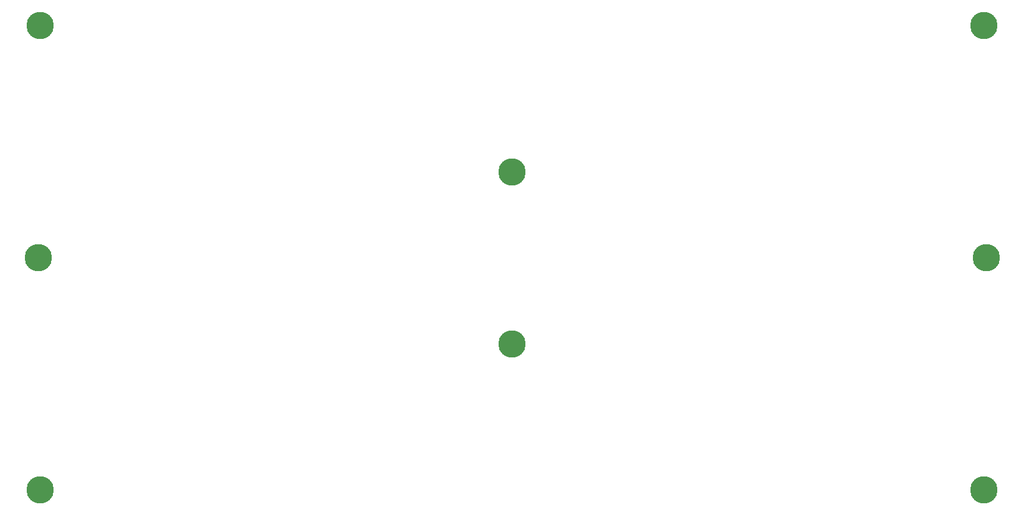
<source format=gbr>
%TF.GenerationSoftware,KiCad,Pcbnew,(5.1.10)-1*%
%TF.CreationDate,2021-07-06T10:58:53+02:00*%
%TF.ProjectId,bottom,626f7474-6f6d-42e6-9b69-6361645f7063,rev?*%
%TF.SameCoordinates,Original*%
%TF.FileFunction,Soldermask,Bot*%
%TF.FilePolarity,Negative*%
%FSLAX46Y46*%
G04 Gerber Fmt 4.6, Leading zero omitted, Abs format (unit mm)*
G04 Created by KiCad (PCBNEW (5.1.10)-1) date 2021-07-06 10:58:53*
%MOMM*%
%LPD*%
G01*
G04 APERTURE LIST*
%ADD10C,3.800000*%
G04 APERTURE END LIST*
D10*
%TO.C,REF\u002A\u002A*%
X71850000Y-83462500D03*
%TD*%
%TO.C,REF\u002A\u002A*%
X137850000Y-95462500D03*
%TD*%
%TO.C,REF\u002A\u002A*%
X137850000Y-71462500D03*
%TD*%
%TO.C,REF\u002A\u002A*%
X203850000Y-83462500D03*
%TD*%
%TO.C,REF\u002A\u002A*%
X203525000Y-51124999D03*
%TD*%
%TO.C,REF\u002A\u002A*%
X203525000Y-115800000D03*
%TD*%
%TO.C,REF\u002A\u002A*%
X72175000Y-115799999D03*
%TD*%
%TO.C,REF\u002A\u002A*%
X72175000Y-51124999D03*
%TD*%
M02*

</source>
